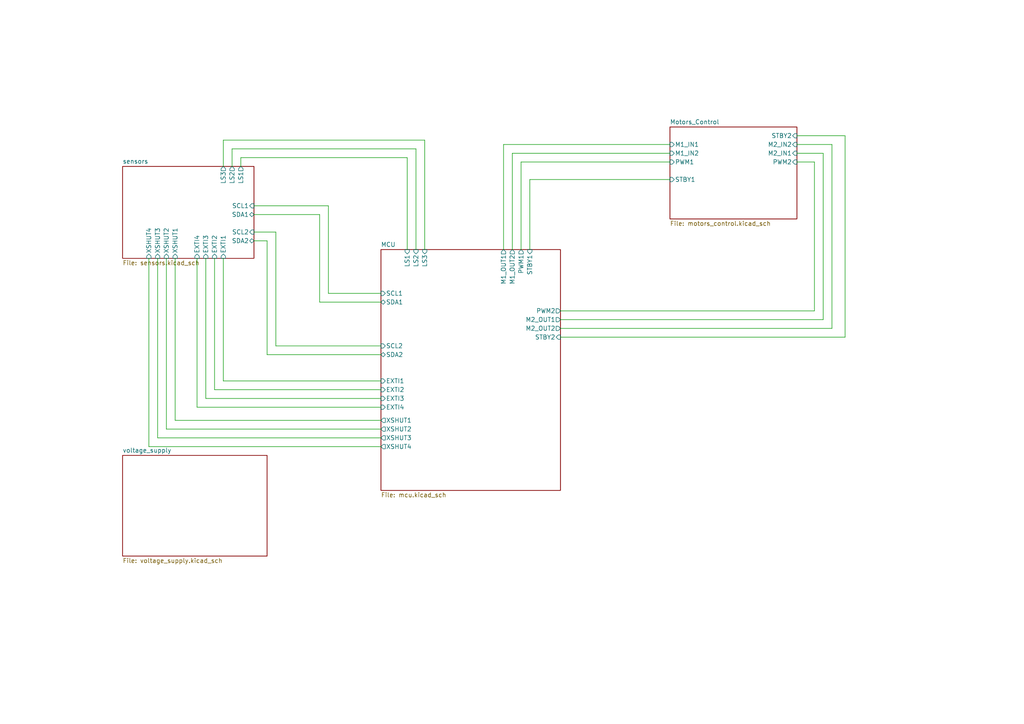
<source format=kicad_sch>
(kicad_sch
	(version 20250114)
	(generator "eeschema")
	(generator_version "9.0")
	(uuid "74ccf643-7ae0-4d9b-8b7c-e7e124cb3f26")
	(paper "A4")
	(lib_symbols)
	(wire
		(pts
			(xy 57.15 118.11) (xy 57.15 74.93)
		)
		(stroke
			(width 0)
			(type default)
		)
		(uuid "010fd012-c733-4f75-80b5-dc63b2b53eac")
	)
	(wire
		(pts
			(xy 231.14 46.99) (xy 236.22 46.99)
		)
		(stroke
			(width 0)
			(type default)
		)
		(uuid "0405cf03-3bda-48df-8354-10dc86f694df")
	)
	(wire
		(pts
			(xy 120.65 72.39) (xy 120.65 43.18)
		)
		(stroke
			(width 0)
			(type default)
		)
		(uuid "0754f0f6-5140-4d41-891e-a11a0acd5486")
	)
	(wire
		(pts
			(xy 236.22 46.99) (xy 236.22 90.17)
		)
		(stroke
			(width 0)
			(type default)
		)
		(uuid "0b80ca08-86a8-484f-9327-1ceda48fc2ac")
	)
	(wire
		(pts
			(xy 148.59 44.45) (xy 148.59 72.39)
		)
		(stroke
			(width 0)
			(type default)
		)
		(uuid "119ff49e-07e3-4af1-94a5-8c90a12ad25c")
	)
	(wire
		(pts
			(xy 238.76 44.45) (xy 238.76 92.71)
		)
		(stroke
			(width 0)
			(type default)
		)
		(uuid "121d373e-0a19-4b5f-a025-b52655a035b4")
	)
	(wire
		(pts
			(xy 95.25 59.69) (xy 73.66 59.69)
		)
		(stroke
			(width 0)
			(type default)
		)
		(uuid "13e30d66-c5da-440b-b077-0d4939e48075")
	)
	(wire
		(pts
			(xy 43.18 129.54) (xy 110.49 129.54)
		)
		(stroke
			(width 0)
			(type default)
		)
		(uuid "153abd3e-3777-4505-bc45-3f2e43ecdd99")
	)
	(wire
		(pts
			(xy 110.49 85.09) (xy 95.25 85.09)
		)
		(stroke
			(width 0)
			(type default)
		)
		(uuid "18917f42-dd2f-4039-92a9-04dd9198aa53")
	)
	(wire
		(pts
			(xy 64.77 40.64) (xy 64.77 48.26)
		)
		(stroke
			(width 0)
			(type default)
		)
		(uuid "1beabf06-4298-4c7a-8b35-67cb7889233a")
	)
	(wire
		(pts
			(xy 231.14 41.91) (xy 241.3 41.91)
		)
		(stroke
			(width 0)
			(type default)
		)
		(uuid "29ada271-59a6-4148-9877-6ca1c288d685")
	)
	(wire
		(pts
			(xy 95.25 85.09) (xy 95.25 59.69)
		)
		(stroke
			(width 0)
			(type default)
		)
		(uuid "2cb59ea8-6abe-4307-b340-39973d238243")
	)
	(wire
		(pts
			(xy 238.76 92.71) (xy 162.56 92.71)
		)
		(stroke
			(width 0)
			(type default)
		)
		(uuid "2e6dc7d0-45cf-462e-8112-279a3bd6e97d")
	)
	(wire
		(pts
			(xy 241.3 95.25) (xy 162.56 95.25)
		)
		(stroke
			(width 0)
			(type default)
		)
		(uuid "2f63f8da-71ce-4e4a-9f36-c86c68fcad2b")
	)
	(wire
		(pts
			(xy 77.47 102.87) (xy 110.49 102.87)
		)
		(stroke
			(width 0)
			(type default)
		)
		(uuid "36c578c6-9178-44e6-afdc-b5c1259e13ef")
	)
	(wire
		(pts
			(xy 92.71 62.23) (xy 92.71 87.63)
		)
		(stroke
			(width 0)
			(type default)
		)
		(uuid "3ea20e37-5f43-44ca-a31a-729db86f0e34")
	)
	(wire
		(pts
			(xy 241.3 41.91) (xy 241.3 95.25)
		)
		(stroke
			(width 0)
			(type default)
		)
		(uuid "40221c0b-8012-423e-8b0c-42920007b5c8")
	)
	(wire
		(pts
			(xy 245.11 39.37) (xy 245.11 97.79)
		)
		(stroke
			(width 0)
			(type default)
		)
		(uuid "47f5cec7-6a41-43fc-9a22-754ed112b7c9")
	)
	(wire
		(pts
			(xy 92.71 87.63) (xy 110.49 87.63)
		)
		(stroke
			(width 0)
			(type default)
		)
		(uuid "537c6b82-975a-46cf-a342-d20d061d79a4")
	)
	(wire
		(pts
			(xy 48.26 124.46) (xy 110.49 124.46)
		)
		(stroke
			(width 0)
			(type default)
		)
		(uuid "53c12925-c875-49b1-873b-a9d4fdf2d584")
	)
	(wire
		(pts
			(xy 194.31 44.45) (xy 148.59 44.45)
		)
		(stroke
			(width 0)
			(type default)
		)
		(uuid "55fee190-badc-4e5d-bebd-1b9d3eb9087d")
	)
	(wire
		(pts
			(xy 110.49 127) (xy 45.72 127)
		)
		(stroke
			(width 0)
			(type default)
		)
		(uuid "59bcd9ad-7570-492e-9756-bec44dc1f2cd")
	)
	(wire
		(pts
			(xy 146.05 72.39) (xy 146.05 41.91)
		)
		(stroke
			(width 0)
			(type default)
		)
		(uuid "61e7c9ae-5ba0-4b4a-a978-fcda65f72f6e")
	)
	(wire
		(pts
			(xy 245.11 97.79) (xy 162.56 97.79)
		)
		(stroke
			(width 0)
			(type default)
		)
		(uuid "64f2da8d-58ca-483b-b5c7-e6abadafc129")
	)
	(wire
		(pts
			(xy 153.67 52.07) (xy 194.31 52.07)
		)
		(stroke
			(width 0)
			(type default)
		)
		(uuid "6e009e80-4234-426c-8fbb-38306618e6f1")
	)
	(wire
		(pts
			(xy 80.01 100.33) (xy 80.01 67.31)
		)
		(stroke
			(width 0)
			(type default)
		)
		(uuid "785eb13b-7988-4a47-87e1-ed4d251acda9")
	)
	(wire
		(pts
			(xy 110.49 113.03) (xy 62.23 113.03)
		)
		(stroke
			(width 0)
			(type default)
		)
		(uuid "88bf7de2-3181-499a-b7df-4de75e06b2c2")
	)
	(wire
		(pts
			(xy 64.77 110.49) (xy 110.49 110.49)
		)
		(stroke
			(width 0)
			(type default)
		)
		(uuid "89836b16-2db0-4c62-b10c-d39845c74fb9")
	)
	(wire
		(pts
			(xy 151.13 72.39) (xy 151.13 46.99)
		)
		(stroke
			(width 0)
			(type default)
		)
		(uuid "8f467dd5-7bc7-4726-aeb4-a3231326b9ac")
	)
	(wire
		(pts
			(xy 59.69 115.57) (xy 110.49 115.57)
		)
		(stroke
			(width 0)
			(type default)
		)
		(uuid "9664be9d-fa22-4d5a-be0d-8492d3630200")
	)
	(wire
		(pts
			(xy 67.31 43.18) (xy 67.31 48.26)
		)
		(stroke
			(width 0)
			(type default)
		)
		(uuid "97a53354-08ef-4e0c-8cbe-1e80262cded6")
	)
	(wire
		(pts
			(xy 62.23 113.03) (xy 62.23 74.93)
		)
		(stroke
			(width 0)
			(type default)
		)
		(uuid "994d0ed7-2c8f-48d7-a799-afc4ee479c90")
	)
	(wire
		(pts
			(xy 162.56 90.17) (xy 236.22 90.17)
		)
		(stroke
			(width 0)
			(type default)
		)
		(uuid "9a1fbdb4-e528-428d-b8dd-90301d718f69")
	)
	(wire
		(pts
			(xy 110.49 100.33) (xy 80.01 100.33)
		)
		(stroke
			(width 0)
			(type default)
		)
		(uuid "a2236a65-305e-41fb-8c4b-f6f738fdf07b")
	)
	(wire
		(pts
			(xy 45.72 127) (xy 45.72 74.93)
		)
		(stroke
			(width 0)
			(type default)
		)
		(uuid "a551d3e0-6e1b-4353-9932-5533bcf91cb4")
	)
	(wire
		(pts
			(xy 231.14 44.45) (xy 238.76 44.45)
		)
		(stroke
			(width 0)
			(type default)
		)
		(uuid "a81fc1fe-053c-4d6f-925f-1eeea0ef2a02")
	)
	(wire
		(pts
			(xy 43.18 74.93) (xy 43.18 129.54)
		)
		(stroke
			(width 0)
			(type default)
		)
		(uuid "af924f63-2016-4c7a-8de8-a1cf7290b2c1")
	)
	(wire
		(pts
			(xy 146.05 41.91) (xy 194.31 41.91)
		)
		(stroke
			(width 0)
			(type default)
		)
		(uuid "b1f55494-b625-439f-827b-4452769a6745")
	)
	(wire
		(pts
			(xy 153.67 72.39) (xy 153.67 52.07)
		)
		(stroke
			(width 0)
			(type default)
		)
		(uuid "b5148df8-2deb-401f-8b5b-1da02eb5bef8")
	)
	(wire
		(pts
			(xy 59.69 74.93) (xy 59.69 115.57)
		)
		(stroke
			(width 0)
			(type default)
		)
		(uuid "b5859a9b-66a3-4a5d-8c3c-ad4be3d40540")
	)
	(wire
		(pts
			(xy 231.14 39.37) (xy 245.11 39.37)
		)
		(stroke
			(width 0)
			(type default)
		)
		(uuid "b63d5447-aac9-498c-b541-1b8d4b40f252")
	)
	(wire
		(pts
			(xy 123.19 72.39) (xy 123.19 40.64)
		)
		(stroke
			(width 0)
			(type default)
		)
		(uuid "bafeb16d-b3f3-4e00-9af6-704bcb39ab2d")
	)
	(wire
		(pts
			(xy 64.77 74.93) (xy 64.77 110.49)
		)
		(stroke
			(width 0)
			(type default)
		)
		(uuid "bc043bc3-c4f4-4868-9c80-aef2d3d2ac4b")
	)
	(wire
		(pts
			(xy 80.01 67.31) (xy 73.66 67.31)
		)
		(stroke
			(width 0)
			(type default)
		)
		(uuid "c2270ea3-00b5-41b8-a7f5-8145090b09ae")
	)
	(wire
		(pts
			(xy 73.66 62.23) (xy 92.71 62.23)
		)
		(stroke
			(width 0)
			(type default)
		)
		(uuid "c2a2de87-3647-413d-b02f-cd8c66b5dde5")
	)
	(wire
		(pts
			(xy 118.11 72.39) (xy 118.11 45.72)
		)
		(stroke
			(width 0)
			(type default)
		)
		(uuid "c9b8fb2a-e72f-4afb-ad34-e90137530798")
	)
	(wire
		(pts
			(xy 69.85 45.72) (xy 69.85 48.26)
		)
		(stroke
			(width 0)
			(type default)
		)
		(uuid "cb5394b6-0149-4492-91fd-d61f24598a69")
	)
	(wire
		(pts
			(xy 77.47 69.85) (xy 77.47 102.87)
		)
		(stroke
			(width 0)
			(type default)
		)
		(uuid "ccf56ae5-10b8-4954-b3f6-6218a5ceaa89")
	)
	(wire
		(pts
			(xy 118.11 45.72) (xy 69.85 45.72)
		)
		(stroke
			(width 0)
			(type default)
		)
		(uuid "e2df02bd-f999-4cb0-81e4-1d4f91ecd984")
	)
	(wire
		(pts
			(xy 151.13 46.99) (xy 194.31 46.99)
		)
		(stroke
			(width 0)
			(type default)
		)
		(uuid "e3ba600e-683e-4b1f-a3c5-7caf2ef78524")
	)
	(wire
		(pts
			(xy 110.49 118.11) (xy 57.15 118.11)
		)
		(stroke
			(width 0)
			(type default)
		)
		(uuid "e3c1e7a0-7738-4886-82f1-5a45c0b8c5ec")
	)
	(wire
		(pts
			(xy 123.19 40.64) (xy 64.77 40.64)
		)
		(stroke
			(width 0)
			(type default)
		)
		(uuid "e58343ff-232e-4d76-991d-3de51929c4c7")
	)
	(wire
		(pts
			(xy 120.65 43.18) (xy 67.31 43.18)
		)
		(stroke
			(width 0)
			(type default)
		)
		(uuid "e638ed1c-4d70-41bc-8013-441ef116374b")
	)
	(wire
		(pts
			(xy 48.26 74.93) (xy 48.26 124.46)
		)
		(stroke
			(width 0)
			(type default)
		)
		(uuid "e9abddc6-cfd5-4340-84ba-9a0b0521cb55")
	)
	(wire
		(pts
			(xy 110.49 121.92) (xy 50.8 121.92)
		)
		(stroke
			(width 0)
			(type default)
		)
		(uuid "f6ea88a9-fef1-4668-a9d9-3c88b55213bf")
	)
	(wire
		(pts
			(xy 73.66 69.85) (xy 77.47 69.85)
		)
		(stroke
			(width 0)
			(type default)
		)
		(uuid "f793f21c-0d64-4aee-9f7d-c26dfa87bbbb")
	)
	(wire
		(pts
			(xy 50.8 121.92) (xy 50.8 74.93)
		)
		(stroke
			(width 0)
			(type default)
		)
		(uuid "f82a9b35-b9cc-48b7-8174-c6ee3bd5e06b")
	)
	(sheet
		(at 35.56 48.26)
		(size 38.1 26.67)
		(exclude_from_sim no)
		(in_bom yes)
		(on_board yes)
		(dnp no)
		(fields_autoplaced yes)
		(stroke
			(width 0.1524)
			(type solid)
		)
		(fill
			(color 0 0 0 0.0000)
		)
		(uuid "07b86d8b-af43-4da9-8375-8e0423139cdc")
		(property "Sheetname" "sensors"
			(at 35.56 47.5484 0)
			(effects
				(font
					(size 1.27 1.27)
				)
				(justify left bottom)
			)
		)
		(property "Sheetfile" "sensors.kicad_sch"
			(at 35.56 75.5146 0)
			(effects
				(font
					(size 1.27 1.27)
				)
				(justify left top)
			)
		)
		(pin "LS1" output
			(at 69.85 48.26 90)
			(uuid "cb3fe887-bf19-46cb-8335-5bdd1008db1b")
			(effects
				(font
					(size 1.27 1.27)
				)
				(justify right)
			)
		)
		(pin "LS2" output
			(at 67.31 48.26 90)
			(uuid "f031b753-ca49-477b-890f-98b5d17e4f77")
			(effects
				(font
					(size 1.27 1.27)
				)
				(justify right)
			)
		)
		(pin "LS3" output
			(at 64.77 48.26 90)
			(uuid "1bf8d74d-1c52-4ac0-a8e2-4fc8f61064f2")
			(effects
				(font
					(size 1.27 1.27)
				)
				(justify right)
			)
		)
		(pin "SCL1" input
			(at 73.66 59.69 0)
			(uuid "9e399c75-4ef0-46e2-a640-1a1f58a7bae5")
			(effects
				(font
					(size 1.27 1.27)
				)
				(justify right)
			)
		)
		(pin "SDA1" bidirectional
			(at 73.66 62.23 0)
			(uuid "d05a8d5e-6e92-4f57-8258-95dd7cee1f6b")
			(effects
				(font
					(size 1.27 1.27)
				)
				(justify right)
			)
		)
		(pin "SCL2" input
			(at 73.66 67.31 0)
			(uuid "77ba7377-5670-4f95-8d13-2b06447aa499")
			(effects
				(font
					(size 1.27 1.27)
				)
				(justify right)
			)
		)
		(pin "SDA2" bidirectional
			(at 73.66 69.85 0)
			(uuid "b9a08205-bb92-4067-be3c-1c666c01315a")
			(effects
				(font
					(size 1.27 1.27)
				)
				(justify right)
			)
		)
		(pin "XSHUT1" input
			(at 50.8 74.93 270)
			(uuid "b2c7c050-cc2a-4344-b17d-74c8b5a1a873")
			(effects
				(font
					(size 1.27 1.27)
				)
				(justify left)
			)
		)
		(pin "XSHUT2" input
			(at 48.26 74.93 270)
			(uuid "47a992b2-0698-47d1-bfa7-d9384ada51a1")
			(effects
				(font
					(size 1.27 1.27)
				)
				(justify left)
			)
		)
		(pin "XSHUT3" input
			(at 45.72 74.93 270)
			(uuid "c7d76eef-49f9-4d22-ac4c-2e9731bb25e3")
			(effects
				(font
					(size 1.27 1.27)
				)
				(justify left)
			)
		)
		(pin "XSHUT4" input
			(at 43.18 74.93 270)
			(uuid "24a552fd-ddb8-43ad-be31-a28ed7f54ad4")
			(effects
				(font
					(size 1.27 1.27)
				)
				(justify left)
			)
		)
		(pin "EXTI1" input
			(at 64.77 74.93 270)
			(uuid "ce7a791b-af2d-4bd2-b6a1-8e4a07b8e7ff")
			(effects
				(font
					(size 1.27 1.27)
				)
				(justify left)
			)
		)
		(pin "EXTI2" input
			(at 62.23 74.93 270)
			(uuid "d3d8d5bb-3cb6-463b-9e71-7b6e8dd40bc4")
			(effects
				(font
					(size 1.27 1.27)
				)
				(justify left)
			)
		)
		(pin "EXTI3" input
			(at 59.69 74.93 270)
			(uuid "77d79390-eb9c-4444-b17d-ad6411c10287")
			(effects
				(font
					(size 1.27 1.27)
				)
				(justify left)
			)
		)
		(pin "EXTI4" input
			(at 57.15 74.93 270)
			(uuid "066f1a92-72c9-41b9-85a5-b5e969e44152")
			(effects
				(font
					(size 1.27 1.27)
				)
				(justify left)
			)
		)
		(instances
			(project "MiniSumoSTM"
				(path "/74ccf643-7ae0-4d9b-8b7c-e7e124cb3f26"
					(page "2")
				)
			)
		)
	)
	(sheet
		(at 110.49 72.39)
		(size 52.07 69.85)
		(exclude_from_sim no)
		(in_bom yes)
		(on_board yes)
		(dnp no)
		(fields_autoplaced yes)
		(stroke
			(width 0.1524)
			(type solid)
		)
		(fill
			(color 0 0 0 0.0000)
		)
		(uuid "49c74f4a-020b-47c6-ab92-88fca7232d7d")
		(property "Sheetname" "MCU"
			(at 110.49 71.6784 0)
			(effects
				(font
					(size 1.27 1.27)
				)
				(justify left bottom)
			)
		)
		(property "Sheetfile" "mcu.kicad_sch"
			(at 110.49 142.8246 0)
			(effects
				(font
					(size 1.27 1.27)
				)
				(justify left top)
			)
		)
		(pin "LS3" input
			(at 123.19 72.39 90)
			(uuid "974800cd-ff6a-4dc6-a59b-a2335f953464")
			(effects
				(font
					(size 1.27 1.27)
				)
				(justify right)
			)
		)
		(pin "LS2" input
			(at 120.65 72.39 90)
			(uuid "8f186116-ab0f-4ae8-8cb1-396a3aaee686")
			(effects
				(font
					(size 1.27 1.27)
				)
				(justify right)
			)
		)
		(pin "M1_OUT1" output
			(at 146.05 72.39 90)
			(uuid "b909d1fd-b056-48b8-ab6d-f5358bb20e3e")
			(effects
				(font
					(size 1.27 1.27)
				)
				(justify right)
			)
		)
		(pin "M1_OUT2" output
			(at 148.59 72.39 90)
			(uuid "d82d132e-ae54-4e25-8ef3-74b8af86cd6f")
			(effects
				(font
					(size 1.27 1.27)
				)
				(justify right)
			)
		)
		(pin "PWM1" output
			(at 151.13 72.39 90)
			(uuid "4b82b070-8a66-4ea3-9de1-20b694f2f22b")
			(effects
				(font
					(size 1.27 1.27)
				)
				(justify right)
			)
		)
		(pin "M2_OUT1" output
			(at 162.56 92.71 0)
			(uuid "836776e8-f49b-47aa-a8bf-35b84d7ee4b9")
			(effects
				(font
					(size 1.27 1.27)
				)
				(justify right)
			)
		)
		(pin "M2_OUT2" output
			(at 162.56 95.25 0)
			(uuid "0875e8ed-d91d-43a2-9587-414e49f0660b")
			(effects
				(font
					(size 1.27 1.27)
				)
				(justify right)
			)
		)
		(pin "PWM2" output
			(at 162.56 90.17 0)
			(uuid "aef7ea27-1897-4f91-a551-dc65fac70c39")
			(effects
				(font
					(size 1.27 1.27)
				)
				(justify right)
			)
		)
		(pin "SCL1" input
			(at 110.49 85.09 180)
			(uuid "c8c473fb-ae6e-432b-b77f-f6dc30e8065d")
			(effects
				(font
					(size 1.27 1.27)
				)
				(justify left)
			)
		)
		(pin "SDA1" bidirectional
			(at 110.49 87.63 180)
			(uuid "4abc7ccf-b4e6-4023-8b75-de0572bd4520")
			(effects
				(font
					(size 1.27 1.27)
				)
				(justify left)
			)
		)
		(pin "SCL2" input
			(at 110.49 100.33 180)
			(uuid "3b5054c4-176f-4de1-8b2a-cd58dc67c787")
			(effects
				(font
					(size 1.27 1.27)
				)
				(justify left)
			)
		)
		(pin "SDA2" bidirectional
			(at 110.49 102.87 180)
			(uuid "9915f25a-ad70-4923-af6f-eb98dc61ced4")
			(effects
				(font
					(size 1.27 1.27)
				)
				(justify left)
			)
		)
		(pin "XSHUT1" output
			(at 110.49 121.92 180)
			(uuid "8eb74da4-e662-4faa-af3f-561bd7dd1426")
			(effects
				(font
					(size 1.27 1.27)
				)
				(justify left)
			)
		)
		(pin "XSHUT2" output
			(at 110.49 124.46 180)
			(uuid "641303f7-33b4-4f5f-b5b7-a01239f09578")
			(effects
				(font
					(size 1.27 1.27)
				)
				(justify left)
			)
		)
		(pin "XSHUT3" output
			(at 110.49 127 180)
			(uuid "108e6064-037a-4899-93b5-28c7a3cf2776")
			(effects
				(font
					(size 1.27 1.27)
				)
				(justify left)
			)
		)
		(pin "XSHUT4" output
			(at 110.49 129.54 180)
			(uuid "f6798ab6-ac1c-4832-9e69-056f8757f02e")
			(effects
				(font
					(size 1.27 1.27)
				)
				(justify left)
			)
		)
		(pin "LS1" input
			(at 118.11 72.39 90)
			(uuid "af3383ae-0ae3-4ca6-946c-1073dda84b34")
			(effects
				(font
					(size 1.27 1.27)
				)
				(justify right)
			)
		)
		(pin "EXTI1" input
			(at 110.49 110.49 180)
			(uuid "95339d30-8404-4a9b-8769-89ef59c32cd5")
			(effects
				(font
					(size 1.27 1.27)
				)
				(justify left)
			)
		)
		(pin "EXTI2" input
			(at 110.49 113.03 180)
			(uuid "0568e5ea-7227-48a9-a511-ebf245023f3e")
			(effects
				(font
					(size 1.27 1.27)
				)
				(justify left)
			)
		)
		(pin "EXTI3" input
			(at 110.49 115.57 180)
			(uuid "590099f6-fed8-48d0-92c1-7cc4562a6d28")
			(effects
				(font
					(size 1.27 1.27)
				)
				(justify left)
			)
		)
		(pin "EXTI4" input
			(at 110.49 118.11 180)
			(uuid "d48c7a1c-5a60-4fa0-b61d-ff25b6aaf443")
			(effects
				(font
					(size 1.27 1.27)
				)
				(justify left)
			)
		)
		(pin "STBY1" input
			(at 153.67 72.39 90)
			(uuid "679676f6-a41b-460b-8c69-e09423877812")
			(effects
				(font
					(size 1.27 1.27)
				)
				(justify right)
			)
		)
		(pin "STBY2" input
			(at 162.56 97.79 0)
			(uuid "7a295106-8a28-47b0-8694-f4f807aa5b8d")
			(effects
				(font
					(size 1.27 1.27)
				)
				(justify right)
			)
		)
		(instances
			(project "MiniSumoSTM"
				(path "/74ccf643-7ae0-4d9b-8b7c-e7e124cb3f26"
					(page "5")
				)
			)
		)
	)
	(sheet
		(at 35.56 132.08)
		(size 41.91 29.21)
		(exclude_from_sim no)
		(in_bom yes)
		(on_board yes)
		(dnp no)
		(fields_autoplaced yes)
		(stroke
			(width 0.1524)
			(type solid)
		)
		(fill
			(color 0 0 0 0.0000)
		)
		(uuid "5fd6aca6-b06e-4ddc-825d-1f18e20a3d2c")
		(property "Sheetname" "voltage_supply"
			(at 35.56 131.3684 0)
			(effects
				(font
					(size 1.27 1.27)
				)
				(justify left bottom)
			)
		)
		(property "Sheetfile" "voltage_supply.kicad_sch"
			(at 35.56 161.8746 0)
			(effects
				(font
					(size 1.27 1.27)
				)
				(justify left top)
			)
		)
		(instances
			(project "MiniSumoSTM"
				(path "/74ccf643-7ae0-4d9b-8b7c-e7e124cb3f26"
					(page "4")
				)
			)
		)
	)
	(sheet
		(at 194.31 36.83)
		(size 36.83 26.67)
		(exclude_from_sim no)
		(in_bom yes)
		(on_board yes)
		(dnp no)
		(fields_autoplaced yes)
		(stroke
			(width 0.1524)
			(type solid)
		)
		(fill
			(color 0 0 0 0.0000)
		)
		(uuid "a28edfa7-9c9b-4ada-975d-e68193463a74")
		(property "Sheetname" "Motors_Control"
			(at 194.31 36.1184 0)
			(effects
				(font
					(size 1.27 1.27)
				)
				(justify left bottom)
			)
		)
		(property "Sheetfile" "motors_control.kicad_sch"
			(at 194.31 64.0846 0)
			(effects
				(font
					(size 1.27 1.27)
				)
				(justify left top)
			)
		)
		(pin "M1_IN1" input
			(at 194.31 41.91 180)
			(uuid "a69b87e1-16a2-42a3-8e49-03d9f2ffd9df")
			(effects
				(font
					(size 1.27 1.27)
				)
				(justify left)
			)
		)
		(pin "M1_IN2" input
			(at 194.31 44.45 180)
			(uuid "e33e1baf-b459-4936-8a6c-21f82b1bbe24")
			(effects
				(font
					(size 1.27 1.27)
				)
				(justify left)
			)
		)
		(pin "PWM1" input
			(at 194.31 46.99 180)
			(uuid "7da04f8b-851c-45d4-a11f-8ca513db8236")
			(effects
				(font
					(size 1.27 1.27)
				)
				(justify left)
			)
		)
		(pin "M2_IN1" input
			(at 231.14 44.45 0)
			(uuid "b51e6422-7b9e-48b4-882d-953cf3982a34")
			(effects
				(font
					(size 1.27 1.27)
				)
				(justify right)
			)
		)
		(pin "M2_IN2" input
			(at 231.14 41.91 0)
			(uuid "830e52fb-4f7c-4ea8-bb4a-fce2a6614293")
			(effects
				(font
					(size 1.27 1.27)
				)
				(justify right)
			)
		)
		(pin "PWM2" input
			(at 231.14 46.99 0)
			(uuid "6c864115-9612-43fa-be58-0345307121e6")
			(effects
				(font
					(size 1.27 1.27)
				)
				(justify right)
			)
		)
		(pin "STBY1" input
			(at 194.31 52.07 180)
			(uuid "a930ad39-e6b3-4009-83b1-9c1569727eb3")
			(effects
				(font
					(size 1.27 1.27)
				)
				(justify left)
			)
		)
		(pin "STBY2" input
			(at 231.14 39.37 0)
			(uuid "e4273e56-80ad-4b26-9582-9f514b106dba")
			(effects
				(font
					(size 1.27 1.27)
				)
				(justify right)
			)
		)
		(instances
			(project "MiniSumoSTM"
				(path "/74ccf643-7ae0-4d9b-8b7c-e7e124cb3f26"
					(page "3")
				)
			)
		)
	)
	(sheet_instances
		(path "/"
			(page "1")
		)
	)
	(embedded_fonts no)
)

</source>
